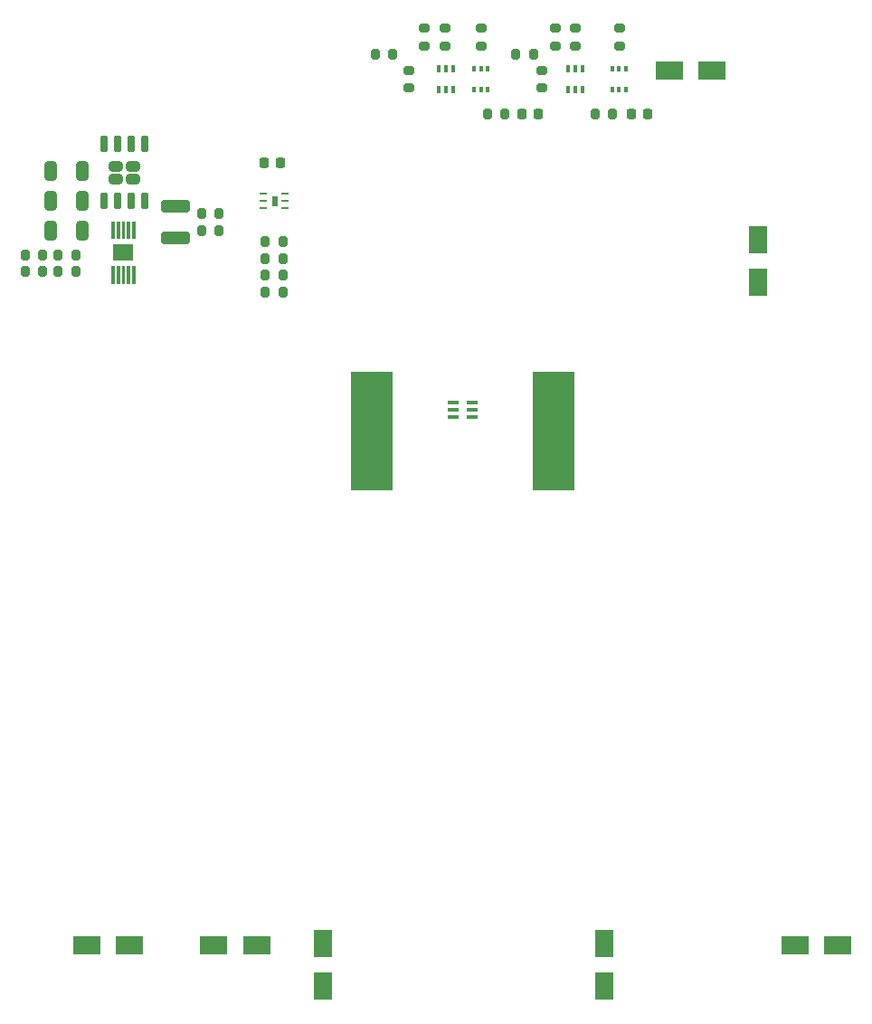
<source format=gtp>
G04 #@! TF.GenerationSoftware,KiCad,Pcbnew,(6.0.5)*
G04 #@! TF.CreationDate,2023-05-08T03:06:53-07:00*
G04 #@! TF.ProjectId,Z_Panels,5a5f5061-6e65-46c7-932e-6b696361645f,rev?*
G04 #@! TF.SameCoordinates,Original*
G04 #@! TF.FileFunction,Paste,Top*
G04 #@! TF.FilePolarity,Positive*
%FSLAX46Y46*%
G04 Gerber Fmt 4.6, Leading zero omitted, Abs format (unit mm)*
G04 Created by KiCad (PCBNEW (6.0.5)) date 2023-05-08 03:06:53*
%MOMM*%
%LPD*%
G01*
G04 APERTURE LIST*
G04 Aperture macros list*
%AMRoundRect*
0 Rectangle with rounded corners*
0 $1 Rounding radius*
0 $2 $3 $4 $5 $6 $7 $8 $9 X,Y pos of 4 corners*
0 Add a 4 corners polygon primitive as box body*
4,1,4,$2,$3,$4,$5,$6,$7,$8,$9,$2,$3,0*
0 Add four circle primitives for the rounded corners*
1,1,$1+$1,$2,$3*
1,1,$1+$1,$4,$5*
1,1,$1+$1,$6,$7*
1,1,$1+$1,$8,$9*
0 Add four rect primitives between the rounded corners*
20,1,$1+$1,$2,$3,$4,$5,0*
20,1,$1+$1,$4,$5,$6,$7,0*
20,1,$1+$1,$6,$7,$8,$9,0*
20,1,$1+$1,$8,$9,$2,$3,0*%
G04 Aperture macros list end*
%ADD10C,0.010000*%
%ADD11R,1.700000X2.500000*%
%ADD12RoundRect,0.200000X0.200000X0.275000X-0.200000X0.275000X-0.200000X-0.275000X0.200000X-0.275000X0*%
%ADD13R,2.500000X1.700000*%
%ADD14RoundRect,0.200000X-0.200000X-0.275000X0.200000X-0.275000X0.200000X0.275000X-0.200000X0.275000X0*%
%ADD15RoundRect,0.200000X0.275000X-0.200000X0.275000X0.200000X-0.275000X0.200000X-0.275000X-0.200000X0*%
%ADD16R,1.880000X1.570000*%
%ADD17RoundRect,0.200000X-0.275000X0.200000X-0.275000X-0.200000X0.275000X-0.200000X0.275000X0.200000X0*%
%ADD18RoundRect,0.250000X-0.325000X-0.650000X0.325000X-0.650000X0.325000X0.650000X-0.325000X0.650000X0*%
%ADD19R,0.400000X0.600000*%
%ADD20R,0.740000X0.270000*%
%ADD21R,0.400000X0.650000*%
%ADD22RoundRect,0.225000X-0.225000X-0.250000X0.225000X-0.250000X0.225000X0.250000X-0.225000X0.250000X0*%
%ADD23R,4.000000X11.000000*%
%ADD24R,4.000000X1.000000*%
%ADD25RoundRect,0.242500X0.402500X-0.242500X0.402500X0.242500X-0.402500X0.242500X-0.402500X-0.242500X0*%
%ADD26RoundRect,0.150000X0.150000X-0.650000X0.150000X0.650000X-0.150000X0.650000X-0.150000X-0.650000X0*%
%ADD27R,1.000000X0.350000*%
%ADD28RoundRect,0.250000X1.100000X-0.325000X1.100000X0.325000X-1.100000X0.325000X-1.100000X-0.325000X0*%
G04 APERTURE END LIST*
G36*
X151465000Y-65087500D02*
G01*
X151215000Y-65087500D01*
X151215000Y-63537500D01*
X151465000Y-63537500D01*
X151465000Y-65087500D01*
G37*
D10*
X151465000Y-65087500D02*
X151215000Y-65087500D01*
X151215000Y-63537500D01*
X151465000Y-63537500D01*
X151465000Y-65087500D01*
G36*
X150965000Y-65087500D02*
G01*
X150715000Y-65087500D01*
X150715000Y-63537500D01*
X150965000Y-63537500D01*
X150965000Y-65087500D01*
G37*
X150965000Y-65087500D02*
X150715000Y-65087500D01*
X150715000Y-63537500D01*
X150965000Y-63537500D01*
X150965000Y-65087500D01*
G36*
X151965000Y-65087500D02*
G01*
X151715000Y-65087500D01*
X151715000Y-63537500D01*
X151965000Y-63537500D01*
X151965000Y-65087500D01*
G37*
X151965000Y-65087500D02*
X151715000Y-65087500D01*
X151715000Y-63537500D01*
X151965000Y-63537500D01*
X151965000Y-65087500D01*
G36*
X151965000Y-60887500D02*
G01*
X151715000Y-60887500D01*
X151715000Y-59337500D01*
X151965000Y-59337500D01*
X151965000Y-60887500D01*
G37*
X151965000Y-60887500D02*
X151715000Y-60887500D01*
X151715000Y-59337500D01*
X151965000Y-59337500D01*
X151965000Y-60887500D01*
G36*
X150465000Y-60887500D02*
G01*
X150215000Y-60887500D01*
X150215000Y-59337500D01*
X150465000Y-59337500D01*
X150465000Y-60887500D01*
G37*
X150465000Y-60887500D02*
X150215000Y-60887500D01*
X150215000Y-59337500D01*
X150465000Y-59337500D01*
X150465000Y-60887500D01*
G36*
X151465000Y-60887500D02*
G01*
X151215000Y-60887500D01*
X151215000Y-59337500D01*
X151465000Y-59337500D01*
X151465000Y-60887500D01*
G37*
X151465000Y-60887500D02*
X151215000Y-60887500D01*
X151215000Y-59337500D01*
X151465000Y-59337500D01*
X151465000Y-60887500D01*
G36*
X149965000Y-65087500D02*
G01*
X149715000Y-65087500D01*
X149715000Y-63537500D01*
X149965000Y-63537500D01*
X149965000Y-65087500D01*
G37*
X149965000Y-65087500D02*
X149715000Y-65087500D01*
X149715000Y-63537500D01*
X149965000Y-63537500D01*
X149965000Y-65087500D01*
G36*
X149965000Y-60887500D02*
G01*
X149715000Y-60887500D01*
X149715000Y-59337500D01*
X149965000Y-59337500D01*
X149965000Y-60887500D01*
G37*
X149965000Y-60887500D02*
X149715000Y-60887500D01*
X149715000Y-59337500D01*
X149965000Y-59337500D01*
X149965000Y-60887500D01*
G36*
X150965000Y-60887500D02*
G01*
X150715000Y-60887500D01*
X150715000Y-59337500D01*
X150965000Y-59337500D01*
X150965000Y-60887500D01*
G37*
X150965000Y-60887500D02*
X150715000Y-60887500D01*
X150715000Y-59337500D01*
X150965000Y-59337500D01*
X150965000Y-60887500D01*
G36*
X150465000Y-65087500D02*
G01*
X150215000Y-65087500D01*
X150215000Y-63537500D01*
X150465000Y-63537500D01*
X150465000Y-65087500D01*
G37*
X150465000Y-65087500D02*
X150215000Y-65087500D01*
X150215000Y-63537500D01*
X150465000Y-63537500D01*
X150465000Y-65087500D01*
G36*
X165200000Y-57840000D02*
G01*
X164780000Y-57840000D01*
X164780000Y-56980000D01*
X165200000Y-56980000D01*
X165200000Y-57840000D01*
G37*
X165200000Y-57840000D02*
X164780000Y-57840000D01*
X164780000Y-56980000D01*
X165200000Y-56980000D01*
X165200000Y-57840000D01*
D11*
X210280000Y-61060000D03*
X210280000Y-65060000D03*
D12*
X186608000Y-49246000D03*
X184958000Y-49246000D03*
D13*
X159340000Y-127120000D03*
X163340000Y-127120000D03*
D14*
X141669000Y-64008000D03*
X143319000Y-64008000D03*
D12*
X165795000Y-64390000D03*
X164145000Y-64390000D03*
D15*
X184393000Y-42911000D03*
X184393000Y-41261000D03*
D16*
X150840000Y-62212500D03*
D17*
X193163000Y-41261000D03*
X193163000Y-42911000D03*
D14*
X174463000Y-43666000D03*
X176113000Y-43666000D03*
X158180000Y-60180000D03*
X159830000Y-60180000D03*
D12*
X165805000Y-62800000D03*
X164155000Y-62800000D03*
D15*
X190073000Y-46831000D03*
X190073000Y-45181000D03*
D18*
X144067000Y-60198000D03*
X147017000Y-60198000D03*
D14*
X144780000Y-64008000D03*
X146430000Y-64008000D03*
D12*
X165795000Y-65990000D03*
X164145000Y-65990000D03*
D19*
X196623000Y-46986000D03*
X197273000Y-46986000D03*
X197923000Y-46986000D03*
X197923000Y-45086000D03*
X197273000Y-45086000D03*
X196623000Y-45086000D03*
D14*
X187598000Y-43666000D03*
X189248000Y-43666000D03*
D18*
X144067000Y-54610000D03*
X147017000Y-54610000D03*
D14*
X141669000Y-62484000D03*
X143319000Y-62484000D03*
D13*
X201962000Y-45212000D03*
X205962000Y-45212000D03*
D12*
X165795000Y-61230000D03*
X164145000Y-61230000D03*
D14*
X144780000Y-62484000D03*
X146430000Y-62484000D03*
D15*
X179063000Y-42891000D03*
X179063000Y-41241000D03*
D20*
X163995000Y-56760000D03*
X163995000Y-57410000D03*
X163995000Y-58060000D03*
X165985000Y-58060000D03*
X165985000Y-57410000D03*
X165985000Y-56760000D03*
D21*
X180423000Y-46986000D03*
X181073000Y-46986000D03*
X181723000Y-46986000D03*
X181723000Y-45086000D03*
X181073000Y-45086000D03*
X180423000Y-45086000D03*
D22*
X188188000Y-49276000D03*
X189738000Y-49276000D03*
D19*
X184983000Y-45086000D03*
X184333000Y-45086000D03*
X183683000Y-45086000D03*
X183683000Y-46986000D03*
X184333000Y-46986000D03*
X184983000Y-46986000D03*
D23*
X191166000Y-78994000D03*
D24*
X191166000Y-73914000D03*
D23*
X174086000Y-78994000D03*
D24*
X174086000Y-73914000D03*
D18*
X144067000Y-57404000D03*
X147017000Y-57404000D03*
D17*
X177593000Y-45181000D03*
X177593000Y-46831000D03*
D13*
X147470000Y-127120000D03*
X151470000Y-127120000D03*
D25*
X150170000Y-55350000D03*
X151770000Y-54150000D03*
X151770000Y-55350000D03*
X150170000Y-54150000D03*
D26*
X149065000Y-57400000D03*
X150335000Y-57400000D03*
X151605000Y-57400000D03*
X152875000Y-57400000D03*
X152875000Y-52100000D03*
X151605000Y-52100000D03*
X150335000Y-52100000D03*
X149065000Y-52100000D03*
D13*
X213740000Y-127120000D03*
X217740000Y-127120000D03*
D15*
X191273000Y-42901000D03*
X191273000Y-41251000D03*
D22*
X198398000Y-49266000D03*
X199948000Y-49266000D03*
D14*
X158180000Y-58590000D03*
X159830000Y-58590000D03*
D12*
X196658000Y-49266000D03*
X195008000Y-49266000D03*
D15*
X197283000Y-42911000D03*
X197283000Y-41261000D03*
D27*
X183526000Y-77612000D03*
X183526000Y-76962000D03*
X183526000Y-76312000D03*
X181726000Y-76312000D03*
X181726000Y-76962000D03*
X181726000Y-77612000D03*
D11*
X169510000Y-126920000D03*
X169510000Y-130920000D03*
D28*
X155780000Y-60875000D03*
X155780000Y-57925000D03*
D21*
X192513000Y-46986000D03*
X193163000Y-46986000D03*
X193813000Y-46986000D03*
X193813000Y-45086000D03*
X193163000Y-45086000D03*
X192513000Y-45086000D03*
D11*
X195860000Y-130900000D03*
X195860000Y-126900000D03*
D22*
X164055000Y-53860000D03*
X165605000Y-53860000D03*
D17*
X180983000Y-41261000D03*
X180983000Y-42911000D03*
M02*

</source>
